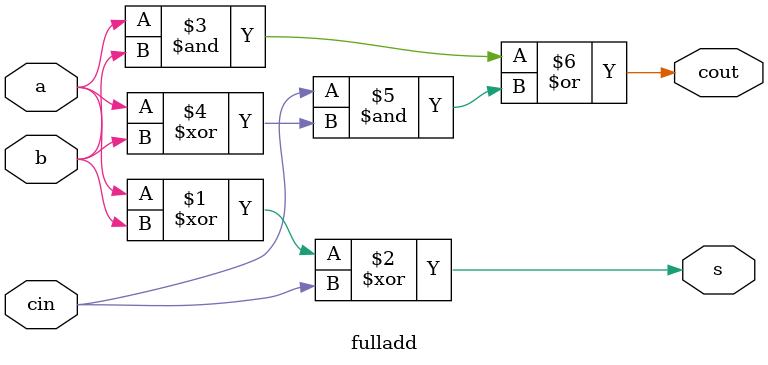
<source format=v>

module problem1_18101707(A,B,S,addorsub,cout);

input [4:0]A,B;
input addorsub;
output [4:0]S;
output cout;

wire [4:0]x;

xor(x[0],B[0],addorsub);
xor(x[1],B[1],addorsub);
xor(x[2],B[2],addorsub);
xor(x[3],B[3],addorsub);
xor(x[4],B[4],addorsub);

fulladd stage0(S[0],cout0,A[0],x[0],addorsub);
fulladd stage1(S[1],cout1,A[1],x[1],cout0);
fulladd stage2(S[2],cout2,A[2],x[2],cout1);
fulladd stage3(S[3],cout3,A[3],x[3],cout2);
fulladd stage4(S[4],cout ,A[4] ,x[4],cout3);
endmodule 

module fulladd(s,cout,a,b,cin);

input a,b,cin;
output s,cout;

assign s=a^b^cin;
assign cout= ( a & b ) | ( cin & (a ^ b ));
endmodule

</source>
